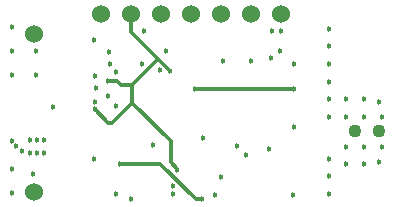
<source format=gbr>
G04 EAGLE Gerber RS-274X export*
G75*
%MOMM*%
%FSLAX34Y34*%
%LPD*%
%INCopper Layer 15*%
%IPPOS*%
%AMOC8*
5,1,8,0,0,1.08239X$1,22.5*%
G01*
%ADD10C,1.524000*%
%ADD11C,1.108000*%
%ADD12C,0.454000*%
%ADD13C,0.304800*%
%ADD14C,0.254000*%


D10*
X30000Y148900D03*
X30000Y15000D03*
D11*
X302150Y66600D03*
X322150Y66600D03*
D10*
X238900Y166100D03*
X213500Y166100D03*
X188100Y166100D03*
X162700Y166100D03*
X137300Y166100D03*
X111900Y166100D03*
X86500Y166100D03*
D12*
X11500Y114600D03*
X136900Y118300D03*
X173200Y61200D03*
X81700Y91600D03*
X82000Y113400D03*
X11500Y154600D03*
X11500Y134600D03*
X31500Y134600D03*
X31500Y114600D03*
X32500Y59400D03*
X29500Y30600D03*
X11500Y34600D03*
X11500Y14600D03*
X183500Y12600D03*
X249500Y12600D03*
X141500Y134600D03*
X123500Y151600D03*
X15100Y54000D03*
X38500Y59400D03*
X32700Y48000D03*
X26500Y48000D03*
X20100Y50000D03*
X26500Y59400D03*
X80500Y143600D03*
X189900Y126400D03*
X213900Y126400D03*
X249900Y70400D03*
X188500Y27600D03*
X45900Y87600D03*
X38500Y48000D03*
X11500Y58600D03*
X231700Y151800D03*
X279500Y78600D03*
X294500Y78600D03*
X309500Y78600D03*
X324500Y78600D03*
X324500Y53600D03*
X309500Y53600D03*
X294500Y53600D03*
X279500Y43600D03*
X294500Y93600D03*
X309500Y93600D03*
X322500Y91600D03*
X322500Y40600D03*
X309500Y38600D03*
X294500Y38600D03*
X279500Y93600D03*
X279500Y108600D03*
X279500Y28600D03*
X279500Y123600D03*
X279500Y138600D03*
X279500Y153600D03*
X279500Y13600D03*
X238400Y134500D03*
X147500Y13500D03*
X111900Y9200D03*
X230900Y128900D03*
X147500Y20500D03*
X99600Y13800D03*
X209800Y46825D03*
X92800Y96900D03*
X121300Y123700D03*
X93700Y133900D03*
X81500Y85200D03*
D13*
X92900Y73800D01*
X96200Y73800D01*
X151500Y34500D02*
X151500Y33500D01*
X151500Y34500D02*
X145700Y40300D01*
D12*
X93000Y109500D03*
D13*
X100500Y109500D01*
X103736Y106264D01*
D12*
X145300Y117700D03*
D13*
X111900Y151000D02*
X111900Y166100D01*
D12*
X166500Y102300D03*
D14*
X249700Y102300D02*
X249800Y102400D01*
D13*
X249700Y102300D02*
X166500Y102300D01*
D12*
X249800Y102400D03*
D13*
X113264Y90864D02*
X96200Y73800D01*
X145200Y117700D02*
X145300Y117700D01*
X145200Y117700D02*
X134950Y127950D01*
X111900Y151000D01*
X134950Y127950D02*
X113264Y106264D01*
X103736Y106264D01*
X113264Y106264D02*
X113264Y90864D01*
X145700Y58428D01*
X145700Y40300D01*
D12*
X151500Y33500D03*
X250000Y123725D03*
X239200Y151400D03*
X202100Y54375D03*
X94000Y123800D03*
X99600Y88000D03*
X99700Y117000D03*
X130400Y55400D03*
X82200Y102900D03*
X102800Y39300D03*
D13*
X136598Y39300D02*
X166898Y9000D01*
X136598Y39300D02*
X102800Y39300D01*
D12*
X172000Y9000D03*
D13*
X166898Y9000D01*
D12*
X228700Y52000D03*
X80800Y43000D03*
M02*

</source>
